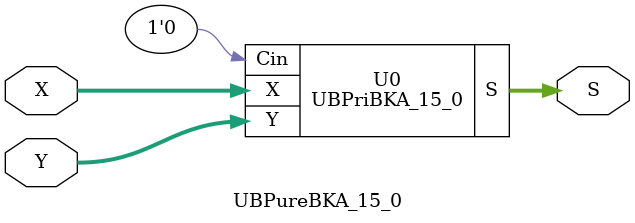
<source format=v>
/*----------------------------------------------------------------------------
  Copyright (c) 2004 Aoki laboratory. All rights reserved.

  Top module: UBBKA_15_0_15_0

  Operand-1 length: 16
  Operand-2 length: 16
  Two-operand addition algorithm: Brent-Kung adder
----------------------------------------------------------------------------*/

module GPGenerator(Go, Po, A, B);
  output Go;
  output Po;
  input A;
  input B;
  assign Go = A & B;
  assign Po = A ^ B;
endmodule

module CarryOperator(Go, Po, Gi1, Pi1, Gi2, Pi2);
  output Go;
  output Po;
  input Gi1;
  input Gi2;
  input Pi1;
  input Pi2;
  assign Go = Gi1 | ( Gi2 & Pi1 );
  assign Po = Pi1 & Pi2;
endmodule

module UBPriBKA_15_0(S, X, Y, Cin);
  output [16:0] S;
  input Cin;
  input [15:0] X;
  input [15:0] Y;
  wire [15:0] G0;
  wire [15:0] G1;
  wire [15:0] G2;
  wire [15:0] G3;
  wire [15:0] G4;
  wire [15:0] G5;
  wire [15:0] G6;
  wire [15:0] G7;
  wire [15:0] G8;
  wire [15:0] P0;
  wire [15:0] P1;
  wire [15:0] P2;
  wire [15:0] P3;
  wire [15:0] P4;
  wire [15:0] P5;
  wire [15:0] P6;
  wire [15:0] P7;
  wire [15:0] P8;
  assign P1[0] = P0[0];
  assign G1[0] = G0[0];
  assign P1[2] = P0[2];
  assign G1[2] = G0[2];
  assign P1[4] = P0[4];
  assign G1[4] = G0[4];
  assign P1[6] = P0[6];
  assign G1[6] = G0[6];
  assign P1[8] = P0[8];
  assign G1[8] = G0[8];
  assign P1[10] = P0[10];
  assign G1[10] = G0[10];
  assign P1[12] = P0[12];
  assign G1[12] = G0[12];
  assign P1[14] = P0[14];
  assign G1[14] = G0[14];
  assign P2[0] = P1[0];
  assign G2[0] = G1[0];
  assign P2[1] = P1[1];
  assign G2[1] = G1[1];
  assign P2[2] = P1[2];
  assign G2[2] = G1[2];
  assign P2[4] = P1[4];
  assign G2[4] = G1[4];
  assign P2[5] = P1[5];
  assign G2[5] = G1[5];
  assign P2[6] = P1[6];
  assign G2[6] = G1[6];
  assign P2[8] = P1[8];
  assign G2[8] = G1[8];
  assign P2[9] = P1[9];
  assign G2[9] = G1[9];
  assign P2[10] = P1[10];
  assign G2[10] = G1[10];
  assign P2[12] = P1[12];
  assign G2[12] = G1[12];
  assign P2[13] = P1[13];
  assign G2[13] = G1[13];
  assign P2[14] = P1[14];
  assign G2[14] = G1[14];
  assign P3[0] = P2[0];
  assign G3[0] = G2[0];
  assign P3[1] = P2[1];
  assign G3[1] = G2[1];
  assign P3[2] = P2[2];
  assign G3[2] = G2[2];
  assign P3[3] = P2[3];
  assign G3[3] = G2[3];
  assign P3[4] = P2[4];
  assign G3[4] = G2[4];
  assign P3[5] = P2[5];
  assign G3[5] = G2[5];
  assign P3[6] = P2[6];
  assign G3[6] = G2[6];
  assign P3[8] = P2[8];
  assign G3[8] = G2[8];
  assign P3[9] = P2[9];
  assign G3[9] = G2[9];
  assign P3[10] = P2[10];
  assign G3[10] = G2[10];
  assign P3[11] = P2[11];
  assign G3[11] = G2[11];
  assign P3[12] = P2[12];
  assign G3[12] = G2[12];
  assign P3[13] = P2[13];
  assign G3[13] = G2[13];
  assign P3[14] = P2[14];
  assign G3[14] = G2[14];
  assign P4[0] = P3[0];
  assign G4[0] = G3[0];
  assign P4[1] = P3[1];
  assign G4[1] = G3[1];
  assign P4[2] = P3[2];
  assign G4[2] = G3[2];
  assign P4[3] = P3[3];
  assign G4[3] = G3[3];
  assign P4[4] = P3[4];
  assign G4[4] = G3[4];
  assign P4[5] = P3[5];
  assign G4[5] = G3[5];
  assign P4[6] = P3[6];
  assign G4[6] = G3[6];
  assign P4[7] = P3[7];
  assign G4[7] = G3[7];
  assign P4[8] = P3[8];
  assign G4[8] = G3[8];
  assign P4[9] = P3[9];
  assign G4[9] = G3[9];
  assign P4[10] = P3[10];
  assign G4[10] = G3[10];
  assign P4[11] = P3[11];
  assign G4[11] = G3[11];
  assign P4[12] = P3[12];
  assign G4[12] = G3[12];
  assign P4[13] = P3[13];
  assign G4[13] = G3[13];
  assign P4[14] = P3[14];
  assign G4[14] = G3[14];
  assign P5[0] = P4[0];
  assign G5[0] = G4[0];
  assign P5[1] = P4[1];
  assign G5[1] = G4[1];
  assign P5[2] = P4[2];
  assign G5[2] = G4[2];
  assign P5[3] = P4[3];
  assign G5[3] = G4[3];
  assign P5[4] = P4[4];
  assign G5[4] = G4[4];
  assign P5[5] = P4[5];
  assign G5[5] = G4[5];
  assign P5[6] = P4[6];
  assign G5[6] = G4[6];
  assign P5[7] = P4[7];
  assign G5[7] = G4[7];
  assign P5[8] = P4[8];
  assign G5[8] = G4[8];
  assign P5[9] = P4[9];
  assign G5[9] = G4[9];
  assign P5[10] = P4[10];
  assign G5[10] = G4[10];
  assign P5[11] = P4[11];
  assign G5[11] = G4[11];
  assign P5[12] = P4[12];
  assign G5[12] = G4[12];
  assign P5[13] = P4[13];
  assign G5[13] = G4[13];
  assign P5[14] = P4[14];
  assign G5[14] = G4[14];
  assign P5[15] = P4[15];
  assign G5[15] = G4[15];
  assign P6[0] = P5[0];
  assign G6[0] = G5[0];
  assign P6[1] = P5[1];
  assign G6[1] = G5[1];
  assign P6[2] = P5[2];
  assign G6[2] = G5[2];
  assign P6[3] = P5[3];
  assign G6[3] = G5[3];
  assign P6[4] = P5[4];
  assign G6[4] = G5[4];
  assign P6[5] = P5[5];
  assign G6[5] = G5[5];
  assign P6[6] = P5[6];
  assign G6[6] = G5[6];
  assign P6[7] = P5[7];
  assign G6[7] = G5[7];
  assign P6[8] = P5[8];
  assign G6[8] = G5[8];
  assign P6[9] = P5[9];
  assign G6[9] = G5[9];
  assign P6[10] = P5[10];
  assign G6[10] = G5[10];
  assign P6[12] = P5[12];
  assign G6[12] = G5[12];
  assign P6[13] = P5[13];
  assign G6[13] = G5[13];
  assign P6[14] = P5[14];
  assign G6[14] = G5[14];
  assign P6[15] = P5[15];
  assign G6[15] = G5[15];
  assign P7[0] = P6[0];
  assign G7[0] = G6[0];
  assign P7[1] = P6[1];
  assign G7[1] = G6[1];
  assign P7[2] = P6[2];
  assign G7[2] = G6[2];
  assign P7[3] = P6[3];
  assign G7[3] = G6[3];
  assign P7[4] = P6[4];
  assign G7[4] = G6[4];
  assign P7[6] = P6[6];
  assign G7[6] = G6[6];
  assign P7[7] = P6[7];
  assign G7[7] = G6[7];
  assign P7[8] = P6[8];
  assign G7[8] = G6[8];
  assign P7[10] = P6[10];
  assign G7[10] = G6[10];
  assign P7[11] = P6[11];
  assign G7[11] = G6[11];
  assign P7[12] = P6[12];
  assign G7[12] = G6[12];
  assign P7[14] = P6[14];
  assign G7[14] = G6[14];
  assign P7[15] = P6[15];
  assign G7[15] = G6[15];
  assign P8[0] = P7[0];
  assign G8[0] = G7[0];
  assign P8[1] = P7[1];
  assign G8[1] = G7[1];
  assign P8[3] = P7[3];
  assign G8[3] = G7[3];
  assign P8[5] = P7[5];
  assign G8[5] = G7[5];
  assign P8[7] = P7[7];
  assign G8[7] = G7[7];
  assign P8[9] = P7[9];
  assign G8[9] = G7[9];
  assign P8[11] = P7[11];
  assign G8[11] = G7[11];
  assign P8[13] = P7[13];
  assign G8[13] = G7[13];
  assign P8[15] = P7[15];
  assign G8[15] = G7[15];
  assign S[0] = Cin ^ P0[0];
  assign S[1] = ( G8[0] | ( P8[0] & Cin ) ) ^ P0[1];
  assign S[2] = ( G8[1] | ( P8[1] & Cin ) ) ^ P0[2];
  assign S[3] = ( G8[2] | ( P8[2] & Cin ) ) ^ P0[3];
  assign S[4] = ( G8[3] | ( P8[3] & Cin ) ) ^ P0[4];
  assign S[5] = ( G8[4] | ( P8[4] & Cin ) ) ^ P0[5];
  assign S[6] = ( G8[5] | ( P8[5] & Cin ) ) ^ P0[6];
  assign S[7] = ( G8[6] | ( P8[6] & Cin ) ) ^ P0[7];
  assign S[8] = ( G8[7] | ( P8[7] & Cin ) ) ^ P0[8];
  assign S[9] = ( G8[8] | ( P8[8] & Cin ) ) ^ P0[9];
  assign S[10] = ( G8[9] | ( P8[9] & Cin ) ) ^ P0[10];
  assign S[11] = ( G8[10] | ( P8[10] & Cin ) ) ^ P0[11];
  assign S[12] = ( G8[11] | ( P8[11] & Cin ) ) ^ P0[12];
  assign S[13] = ( G8[12] | ( P8[12] & Cin ) ) ^ P0[13];
  assign S[14] = ( G8[13] | ( P8[13] & Cin ) ) ^ P0[14];
  assign S[15] = ( G8[14] | ( P8[14] & Cin ) ) ^ P0[15];
  assign S[16] = G8[15] | ( P8[15] & Cin );
  GPGenerator U0 (G0[0], P0[0], X[0], Y[0]);
  GPGenerator U1 (G0[1], P0[1], X[1], Y[1]);
  GPGenerator U2 (G0[2], P0[2], X[2], Y[2]);
  GPGenerator U3 (G0[3], P0[3], X[3], Y[3]);
  GPGenerator U4 (G0[4], P0[4], X[4], Y[4]);
  GPGenerator U5 (G0[5], P0[5], X[5], Y[5]);
  GPGenerator U6 (G0[6], P0[6], X[6], Y[6]);
  GPGenerator U7 (G0[7], P0[7], X[7], Y[7]);
  GPGenerator U8 (G0[8], P0[8], X[8], Y[8]);
  GPGenerator U9 (G0[9], P0[9], X[9], Y[9]);
  GPGenerator U10 (G0[10], P0[10], X[10], Y[10]);
  GPGenerator U11 (G0[11], P0[11], X[11], Y[11]);
  GPGenerator U12 (G0[12], P0[12], X[12], Y[12]);
  GPGenerator U13 (G0[13], P0[13], X[13], Y[13]);
  GPGenerator U14 (G0[14], P0[14], X[14], Y[14]);
  GPGenerator U15 (G0[15], P0[15], X[15], Y[15]);
  CarryOperator U16 (G1[1], P1[1], G0[1], P0[1], G0[0], P0[0]);
  CarryOperator U17 (G1[3], P1[3], G0[3], P0[3], G0[2], P0[2]);
  CarryOperator U18 (G1[5], P1[5], G0[5], P0[5], G0[4], P0[4]);
  CarryOperator U19 (G1[7], P1[7], G0[7], P0[7], G0[6], P0[6]);
  CarryOperator U20 (G1[9], P1[9], G0[9], P0[9], G0[8], P0[8]);
  CarryOperator U21 (G1[11], P1[11], G0[11], P0[11], G0[10], P0[10]);
  CarryOperator U22 (G1[13], P1[13], G0[13], P0[13], G0[12], P0[12]);
  CarryOperator U23 (G1[15], P1[15], G0[15], P0[15], G0[14], P0[14]);
  CarryOperator U24 (G2[3], P2[3], G1[3], P1[3], G1[1], P1[1]);
  CarryOperator U25 (G2[7], P2[7], G1[7], P1[7], G1[5], P1[5]);
  CarryOperator U26 (G2[11], P2[11], G1[11], P1[11], G1[9], P1[9]);
  CarryOperator U27 (G2[15], P2[15], G1[15], P1[15], G1[13], P1[13]);
  CarryOperator U28 (G3[7], P3[7], G2[7], P2[7], G2[3], P2[3]);
  CarryOperator U29 (G3[15], P3[15], G2[15], P2[15], G2[11], P2[11]);
  CarryOperator U30 (G4[15], P4[15], G3[15], P3[15], G3[7], P3[7]);
  CarryOperator U31 (G6[11], P6[11], G5[11], P5[11], G5[7], P5[7]);
  CarryOperator U32 (G7[5], P7[5], G6[5], P6[5], G6[3], P6[3]);
  CarryOperator U33 (G7[9], P7[9], G6[9], P6[9], G6[7], P6[7]);
  CarryOperator U34 (G7[13], P7[13], G6[13], P6[13], G6[11], P6[11]);
  CarryOperator U35 (G8[2], P8[2], G7[2], P7[2], G7[1], P7[1]);
  CarryOperator U36 (G8[4], P8[4], G7[4], P7[4], G7[3], P7[3]);
  CarryOperator U37 (G8[6], P8[6], G7[6], P7[6], G7[5], P7[5]);
  CarryOperator U38 (G8[8], P8[8], G7[8], P7[8], G7[7], P7[7]);
  CarryOperator U39 (G8[10], P8[10], G7[10], P7[10], G7[9], P7[9]);
  CarryOperator U40 (G8[12], P8[12], G7[12], P7[12], G7[11], P7[11]);
  CarryOperator U41 (G8[14], P8[14], G7[14], P7[14], G7[13], P7[13]);
endmodule

//module UBZero_0_0(O);
 // output [0:0] O;
  //assign O[0] = 0;
//endmodule

module UBBKA_15_0_15_0 (S, X, Y);
  output [16:0] S;
  input [15:0] X;
  input [15:0] Y;
  UBPureBKA_15_0 U0 (S[16:0], X[15:0], Y[15:0]);
endmodule

module UBPureBKA_15_0 (S, X, Y);
  output [16:0] S;
  input [15:0] X;
  input [15:0] Y;
  wire C;
  UBPriBKA_15_0 U0 (S, X, Y, 1'b0);
  //UBZero_0_0 U1 (C);
endmodule


</source>
